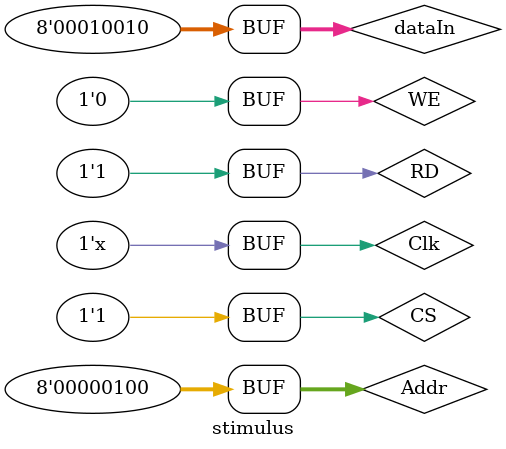
<source format=v>
`timescale 1ns/1ps

module SRAM(data_i, data_o, addr, cs, rd, we, clk);

    input [7:0] data_i;
    input [7:0] addr;
    input cs, rd, we, clk;

    output reg [7:0] data_o;
    reg [7:0] sram [7:0];

    always @(posedge clk)
    begin
        if (cs == 1'b1)
        begin
            if (we == 1'b1 && rd == 1'b0)
            begin
                sram[addr] = data_i;
            end
            else if (we == 1'b0 && rd == 1'b1)
            begin
                data_o = sram[addr];
            end
            else;
        end
        else;
    end
endmodule


module stimulus;
    reg [7:0] dataIn;
    reg [7:0] Addr;
    reg CS,WE,RD,Clk;

    wire [7:0] dataOut;
    
    SRAM sram(.data_i(dataIn), .data_o(dataOut), .clk(Clk), .addr(Addr), .cs(CS), .rd(RD), .we(WE));
    
    initial begin
        dataIn = 8'h0;
        Addr = 8'h0;
        CS = 1'b0;
        WE = 1'b0;
        RD= 1'b0;
        Clk = 1'b0;

        #100;

        dataIn = 8'h0;
        Addr = 8'h0;
        CS = 1'b1;
        WE = 1'b1;
        RD= 1'b0;

        #20;
        dataIn = 8'h0;
        Addr = 8'h0;

        #20;

        dataIn = 8'h1;
        Addr = 8'h1;

        #20;
        dataIn = 8'h10;
        Addr = 8'h2;

        #20;
        dataIn = 8'h6;
        Addr = 8'h3;

        #20;

        dataIn = 8'h12;
        Addr = 8'h4;

        #40;
        Addr = 8'h0;
        WE = 1'b0;
        RD = 1'b1;

        #20;
        Addr = 8'h1;
    
        #20;
        Addr = 8'h2;
        #20;
        Addr = 8'h3;
        #20;
        Addr = 8'h4;

    end

    always #10 Clk = ~Clk;

endmodule

</source>
